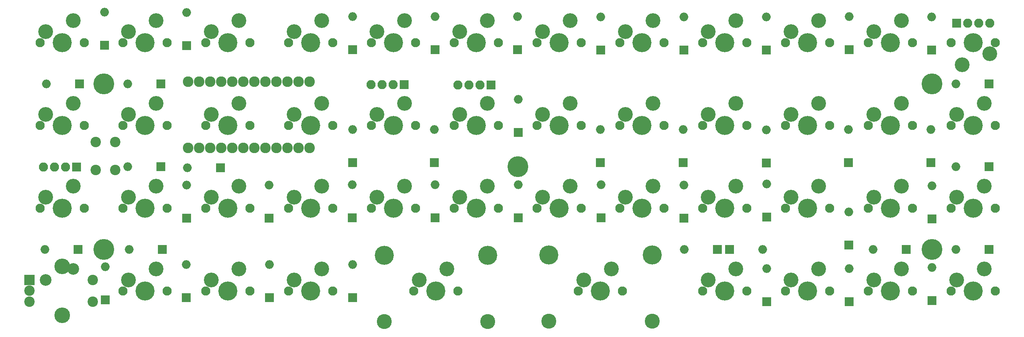
<source format=gts>
G04 #@! TF.GenerationSoftware,KiCad,Pcbnew,(5.1.5)-3*
G04 #@! TF.CreationDate,2022-02-19T00:44:22-06:00*
G04 #@! TF.ProjectId,Contra,436f6e74-7261-42e6-9b69-6361645f7063,rev?*
G04 #@! TF.SameCoordinates,Original*
G04 #@! TF.FileFunction,Soldermask,Top*
G04 #@! TF.FilePolarity,Negative*
%FSLAX46Y46*%
G04 Gerber Fmt 4.6, Leading zero omitted, Abs format (unit mm)*
G04 Created by KiCad (PCBNEW (5.1.5)-3) date 2022-02-19 00:44:22*
%MOMM*%
%LPD*%
G04 APERTURE LIST*
%ADD10R,2.000000X2.000000*%
%ADD11O,2.000000X2.000000*%
%ADD12C,2.101800*%
%ADD13C,4.387800*%
%ADD14C,3.400000*%
%ADD15C,2.686000*%
%ADD16C,2.400000*%
%ADD17C,2.432000*%
%ADD18C,4.800000*%
%ADD19C,1.100000*%
%ADD20C,3.448000*%
%ADD21C,3.600000*%
%ADD22R,2.400000X2.400000*%
%ADD23R,2.100000X2.100000*%
%ADD24O,2.100000X2.100000*%
G04 APERTURE END LIST*
D10*
X42068750Y-47625000D03*
D11*
X34448750Y-47625000D03*
D12*
X71120000Y-38100000D03*
X81280000Y-38100000D03*
D13*
X76200000Y-38100000D03*
D14*
X72390000Y-35560000D03*
X78740000Y-33020000D03*
X245110000Y-43180000D03*
X251460000Y-40640000D03*
D13*
X247650000Y-38100000D03*
D12*
X242570000Y-38100000D03*
X252730000Y-38100000D03*
X109220000Y-57150000D03*
X119380000Y-57150000D03*
D13*
X114300000Y-57150000D03*
D14*
X110490000Y-54610000D03*
X116840000Y-52070000D03*
D12*
X33020000Y-38100000D03*
X43180000Y-38100000D03*
D13*
X38100000Y-38100000D03*
D14*
X34290000Y-35560000D03*
X40640000Y-33020000D03*
D12*
X185420000Y-38100000D03*
X195580000Y-38100000D03*
D13*
X190500000Y-38100000D03*
D14*
X186690000Y-35560000D03*
X193040000Y-33020000D03*
D12*
X223520000Y-38100000D03*
X233680000Y-38100000D03*
D13*
X228600000Y-38100000D03*
D14*
X224790000Y-35560000D03*
X231140000Y-33020000D03*
X135890000Y-52070000D03*
X129540000Y-54610000D03*
D13*
X133350000Y-57150000D03*
D12*
X138430000Y-57150000D03*
X128270000Y-57150000D03*
X109220000Y-38100000D03*
X119380000Y-38100000D03*
D13*
X114300000Y-38100000D03*
D14*
X110490000Y-35560000D03*
X116840000Y-33020000D03*
X173990000Y-52070000D03*
X167640000Y-54610000D03*
D13*
X171450000Y-57150000D03*
D12*
X176530000Y-57150000D03*
X166370000Y-57150000D03*
X185420000Y-57150000D03*
X195580000Y-57150000D03*
D13*
X190500000Y-57150000D03*
D14*
X186690000Y-54610000D03*
X193040000Y-52070000D03*
X97790000Y-33020000D03*
X91440000Y-35560000D03*
D13*
X95250000Y-38100000D03*
D12*
X100330000Y-38100000D03*
X90170000Y-38100000D03*
D14*
X212090000Y-33020000D03*
X205740000Y-35560000D03*
D13*
X209550000Y-38100000D03*
D12*
X214630000Y-38100000D03*
X204470000Y-38100000D03*
D14*
X173990000Y-33020000D03*
X167640000Y-35560000D03*
D13*
X171450000Y-38100000D03*
D12*
X176530000Y-38100000D03*
X166370000Y-38100000D03*
X33020000Y-57150000D03*
X43180000Y-57150000D03*
D13*
X38100000Y-57150000D03*
D14*
X34290000Y-54610000D03*
X40640000Y-52070000D03*
X135890000Y-33020000D03*
X129540000Y-35560000D03*
D13*
X133350000Y-38100000D03*
D12*
X138430000Y-38100000D03*
X128270000Y-38100000D03*
X147320000Y-57150000D03*
X157480000Y-57150000D03*
D13*
X152400000Y-57150000D03*
D14*
X148590000Y-54610000D03*
X154940000Y-52070000D03*
X97790000Y-52070000D03*
X91440000Y-54610000D03*
D13*
X95250000Y-57150000D03*
D12*
X100330000Y-57150000D03*
X90170000Y-57150000D03*
D14*
X59690000Y-33020000D03*
X53340000Y-35560000D03*
D13*
X57150000Y-38100000D03*
D12*
X62230000Y-38100000D03*
X52070000Y-38100000D03*
D15*
X34280000Y-92700000D03*
X40630000Y-90160000D03*
D11*
X162050000Y-70820000D03*
D10*
X162050000Y-78440000D03*
D11*
X199220000Y-85670000D03*
D10*
X191600000Y-85670000D03*
X219020000Y-84660000D03*
D11*
X219020000Y-77040000D03*
D10*
X142970000Y-78410000D03*
D11*
X142970000Y-70790000D03*
D10*
X104910000Y-96780000D03*
D11*
X104910000Y-89160000D03*
X224631250Y-85725000D03*
D10*
X232251250Y-85725000D03*
X200140000Y-78250000D03*
D11*
X200140000Y-70630000D03*
D10*
X238160000Y-97450000D03*
D11*
X238160000Y-89830000D03*
D10*
X238160000Y-78670000D03*
D11*
X238160000Y-71050000D03*
D10*
X251301250Y-85725000D03*
D11*
X243681250Y-85725000D03*
X181180000Y-85700000D03*
D10*
X188800000Y-85700000D03*
X47970000Y-97260000D03*
D11*
X47970000Y-89640000D03*
X85700000Y-70850000D03*
D10*
X85700000Y-78470000D03*
D11*
X219080000Y-90090000D03*
D10*
X219080000Y-97710000D03*
D11*
X85740000Y-89160000D03*
D10*
X85740000Y-96780000D03*
X123860000Y-78410000D03*
D11*
X123860000Y-70790000D03*
X200140000Y-90090000D03*
D10*
X200140000Y-97710000D03*
D11*
X104780000Y-70790000D03*
D10*
X104780000Y-78410000D03*
D11*
X53181250Y-47625000D03*
D10*
X60801250Y-47625000D03*
X104880000Y-65690000D03*
D11*
X104880000Y-58070000D03*
X180930000Y-58070000D03*
D10*
X180930000Y-65690000D03*
D11*
X66740000Y-31140000D03*
D10*
X66740000Y-38760000D03*
X47840000Y-38720000D03*
D11*
X47840000Y-31100000D03*
X123730000Y-58070000D03*
D10*
X123730000Y-65690000D03*
D11*
X243681250Y-66675000D03*
D10*
X251301250Y-66675000D03*
X238100000Y-39780000D03*
D11*
X238100000Y-32160000D03*
D10*
X237940000Y-65690000D03*
D11*
X237940000Y-58070000D03*
X200040000Y-58130000D03*
D10*
X200040000Y-65750000D03*
X60801250Y-66675000D03*
D11*
X53181250Y-66675000D03*
D10*
X142970000Y-58730000D03*
D11*
X142970000Y-51110000D03*
X66890000Y-66880000D03*
D10*
X74510000Y-66880000D03*
X218920000Y-65690000D03*
D11*
X218920000Y-58070000D03*
D10*
X123860000Y-39750000D03*
D11*
X123860000Y-32130000D03*
D10*
X161880000Y-65720000D03*
D11*
X161880000Y-58100000D03*
X161980000Y-32160000D03*
D10*
X161980000Y-39780000D03*
D11*
X181060000Y-32160000D03*
D10*
X181060000Y-39780000D03*
D12*
X204470000Y-95250000D03*
X214630000Y-95250000D03*
D13*
X209550000Y-95250000D03*
D14*
X205740000Y-92710000D03*
X212090000Y-90170000D03*
X126590000Y-90190000D03*
X120240000Y-92730000D03*
D13*
X124050000Y-95270000D03*
D12*
X129130000Y-95270000D03*
X118970000Y-95270000D03*
X242570000Y-76200000D03*
X252730000Y-76200000D03*
D13*
X247650000Y-76200000D03*
D14*
X243840000Y-73660000D03*
X250190000Y-71120000D03*
X59690000Y-90170000D03*
X53340000Y-92710000D03*
D13*
X57150000Y-95250000D03*
D12*
X62230000Y-95250000D03*
X52070000Y-95250000D03*
X185420000Y-95250000D03*
X195580000Y-95250000D03*
D13*
X190500000Y-95250000D03*
D14*
X186690000Y-92710000D03*
X193040000Y-90170000D03*
D16*
X45780000Y-67430000D03*
X50280000Y-67430000D03*
X45780000Y-60930000D03*
X50280000Y-60930000D03*
D12*
X156840000Y-95250000D03*
X167000000Y-95250000D03*
D13*
X161920000Y-95250000D03*
D14*
X158110000Y-92710000D03*
X164460000Y-90170000D03*
X97790000Y-90170000D03*
X91440000Y-92710000D03*
D13*
X95250000Y-95250000D03*
D12*
X100330000Y-95250000D03*
X90170000Y-95250000D03*
X128270000Y-76200000D03*
X138430000Y-76200000D03*
D13*
X133350000Y-76200000D03*
D14*
X129540000Y-73660000D03*
X135890000Y-71120000D03*
D12*
X223520000Y-95250000D03*
X233680000Y-95250000D03*
D13*
X228600000Y-95250000D03*
D14*
X224790000Y-92710000D03*
X231140000Y-90170000D03*
D12*
X71120000Y-57150000D03*
X81280000Y-57150000D03*
D13*
X76200000Y-57150000D03*
D14*
X72390000Y-54610000D03*
X78740000Y-52070000D03*
X59690000Y-52070000D03*
X53340000Y-54610000D03*
D13*
X57150000Y-57150000D03*
D12*
X62230000Y-57150000D03*
X52070000Y-57150000D03*
D14*
X250190000Y-90170000D03*
X243840000Y-92710000D03*
D13*
X247650000Y-95250000D03*
D12*
X252730000Y-95250000D03*
X242570000Y-95250000D03*
D14*
X154940000Y-71120000D03*
X148590000Y-73660000D03*
D13*
X152400000Y-76200000D03*
D12*
X157480000Y-76200000D03*
X147320000Y-76200000D03*
X223520000Y-76200000D03*
X233680000Y-76200000D03*
D13*
X228600000Y-76200000D03*
D14*
X224790000Y-73660000D03*
X231140000Y-71120000D03*
X173990000Y-71120000D03*
X167640000Y-73660000D03*
D13*
X171450000Y-76200000D03*
D12*
X176530000Y-76200000D03*
X166370000Y-76200000D03*
X185420000Y-76200000D03*
X195580000Y-76200000D03*
D13*
X190500000Y-76200000D03*
D14*
X186690000Y-73660000D03*
X193040000Y-71120000D03*
X250190000Y-52070000D03*
X243840000Y-54610000D03*
D13*
X247650000Y-57150000D03*
D12*
X252730000Y-57150000D03*
X242570000Y-57150000D03*
X52070000Y-76200000D03*
X62230000Y-76200000D03*
D13*
X57150000Y-76200000D03*
D14*
X53340000Y-73660000D03*
X59690000Y-71120000D03*
X78740000Y-71120000D03*
X72390000Y-73660000D03*
D13*
X76200000Y-76200000D03*
D12*
X81280000Y-76200000D03*
X71120000Y-76200000D03*
X90170000Y-76200000D03*
X100330000Y-76200000D03*
D13*
X95250000Y-76200000D03*
D14*
X91440000Y-73660000D03*
X97790000Y-71120000D03*
X78740000Y-90170000D03*
X72390000Y-92710000D03*
D13*
X76200000Y-95250000D03*
D12*
X81280000Y-95250000D03*
X71120000Y-95250000D03*
X204470000Y-76200000D03*
X214630000Y-76200000D03*
D13*
X209550000Y-76200000D03*
D14*
X205740000Y-73660000D03*
X212090000Y-71120000D03*
X212090000Y-52070000D03*
X205740000Y-54610000D03*
D13*
X209550000Y-57150000D03*
D12*
X214630000Y-57150000D03*
X204470000Y-57150000D03*
D14*
X40640000Y-71120000D03*
X34290000Y-73660000D03*
D13*
X38100000Y-76200000D03*
D12*
X43180000Y-76200000D03*
X33020000Y-76200000D03*
D14*
X116840000Y-71120000D03*
X110490000Y-73660000D03*
D13*
X114300000Y-76200000D03*
D12*
X119380000Y-76200000D03*
X109220000Y-76200000D03*
X147320000Y-38100000D03*
X157480000Y-38100000D03*
D13*
X152400000Y-38100000D03*
D14*
X148590000Y-35560000D03*
X154940000Y-33020000D03*
D12*
X223520000Y-57150000D03*
X233680000Y-57150000D03*
D13*
X228600000Y-57150000D03*
D14*
X224790000Y-54610000D03*
X231140000Y-52070000D03*
D11*
X181120000Y-70850000D03*
D10*
X181120000Y-78470000D03*
X66720000Y-78470000D03*
D11*
X66720000Y-70850000D03*
X200100000Y-32160000D03*
D10*
X200100000Y-39780000D03*
D17*
X67050000Y-47080000D03*
X69590000Y-47080000D03*
X72130000Y-47080000D03*
X74670000Y-47080000D03*
X77210000Y-47080000D03*
X79750000Y-47080000D03*
X82290000Y-47080000D03*
X84830000Y-47080000D03*
X87370000Y-47080000D03*
X89910000Y-47080000D03*
X92450000Y-47080000D03*
X94990000Y-47080000D03*
X67050000Y-62320000D03*
X69590000Y-62320000D03*
X72130000Y-62320000D03*
X74670000Y-62320000D03*
X77210000Y-62320000D03*
X79750000Y-62320000D03*
X82290000Y-62320000D03*
X84830000Y-62320000D03*
X87370000Y-62320000D03*
X89910000Y-62320000D03*
X92450000Y-62320000D03*
X94990000Y-62320000D03*
D10*
X104880000Y-39750000D03*
D11*
X104880000Y-32130000D03*
X53498750Y-85725000D03*
D10*
X61118750Y-85725000D03*
D11*
X66660000Y-89160000D03*
D10*
X66660000Y-96780000D03*
D11*
X34131250Y-85725000D03*
D10*
X41751250Y-85725000D03*
D11*
X142870000Y-32130000D03*
D10*
X142870000Y-39750000D03*
X219080000Y-39750000D03*
D11*
X219080000Y-32130000D03*
D10*
X251301250Y-47625000D03*
D11*
X243681250Y-47625000D03*
D18*
X238125000Y-85725000D03*
D19*
X239775000Y-85725000D03*
X239291726Y-86891726D03*
X238125000Y-87375000D03*
X236958274Y-86891726D03*
X236475000Y-85725000D03*
X236958274Y-84558274D03*
X238125000Y-84075000D03*
X239291726Y-84558274D03*
D18*
X238125000Y-47625000D03*
D19*
X239775000Y-47625000D03*
X239291726Y-48791726D03*
X238125000Y-49275000D03*
X236958274Y-48791726D03*
X236475000Y-47625000D03*
X236958274Y-46458274D03*
X238125000Y-45975000D03*
X239291726Y-46458274D03*
D18*
X142875000Y-66675000D03*
D19*
X144525000Y-66675000D03*
X144041726Y-67841726D03*
X142875000Y-68325000D03*
X141708274Y-67841726D03*
X141225000Y-66675000D03*
X141708274Y-65508274D03*
X142875000Y-65025000D03*
X144041726Y-65508274D03*
D18*
X47625000Y-47625000D03*
D19*
X49275000Y-47625000D03*
X48791726Y-48791726D03*
X47625000Y-49275000D03*
X46458274Y-48791726D03*
X45975000Y-47625000D03*
X46458274Y-46458274D03*
X47625000Y-45975000D03*
X48791726Y-46458274D03*
D18*
X47625000Y-85725000D03*
D19*
X49275000Y-85725000D03*
X48791726Y-86891726D03*
X47625000Y-87375000D03*
X46458274Y-86891726D03*
X45975000Y-85725000D03*
X46458274Y-84558274D03*
X47625000Y-84075000D03*
X48791726Y-84558274D03*
D20*
X135950000Y-102265000D03*
X112150000Y-102265000D03*
D13*
X135950000Y-87025000D03*
X112150000Y-87025000D03*
X150020000Y-86995000D03*
X173820000Y-86995000D03*
D20*
X150020000Y-102235000D03*
X173820000Y-102235000D03*
D16*
X45100000Y-97700000D03*
X45100000Y-92700000D03*
D21*
X38100000Y-100800000D03*
X38100000Y-89600000D03*
D16*
X30600000Y-97700000D03*
X30600000Y-95200000D03*
D22*
X30600000Y-92700000D03*
D23*
X41410000Y-66710000D03*
D24*
X38870000Y-66710000D03*
X36330000Y-66710000D03*
X33790000Y-66710000D03*
X251440000Y-33630000D03*
X248900000Y-33630000D03*
X246360000Y-33630000D03*
D23*
X243820000Y-33630000D03*
X136760000Y-47800000D03*
D24*
X134220000Y-47800000D03*
X131680000Y-47800000D03*
X129140000Y-47800000D03*
X109130000Y-47740000D03*
X111670000Y-47740000D03*
X114210000Y-47740000D03*
D23*
X116750000Y-47740000D03*
M02*

</source>
